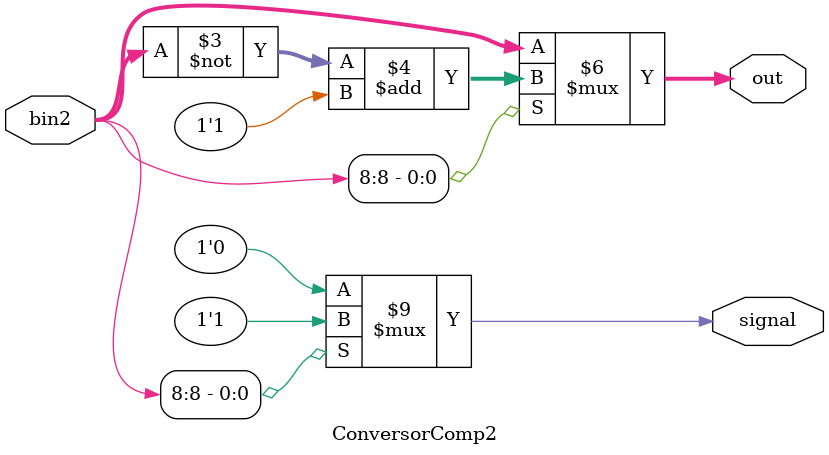
<source format=v>
module ConversorComp2(bin2, out, signal);
	input 	  [8:0] bin2;
	output reg [8:0] out;
	output reg signal;

	always @ (*) begin
		if(bin2[8] == 1'b1) begin
			signal = 1;
			out = ~(bin2[8:0]) + 1'b1;
		end
		else begin
			signal = 0;
			out = bin2[8:0];
		end
	
	end

endmodule 
</source>
